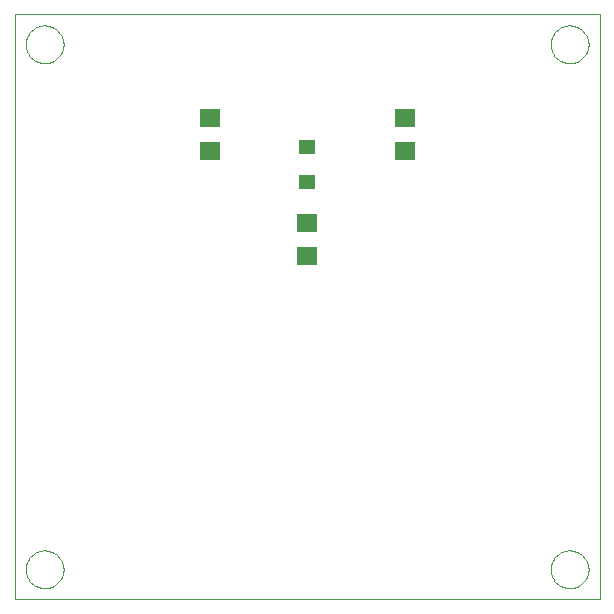
<source format=gtp>
G75*
%MOIN*%
%OFA0B0*%
%FSLAX24Y24*%
%IPPOS*%
%LPD*%
%AMOC8*
5,1,8,0,0,1.08239X$1,22.5*
%
%ADD10C,0.0000*%
%ADD11R,0.0709X0.0630*%
%ADD12R,0.0710X0.0630*%
%ADD13R,0.0551X0.0472*%
D10*
X000100Y000100D02*
X000100Y019600D01*
X019600Y019600D01*
X019600Y000100D01*
X000100Y000100D01*
X000470Y001100D02*
X000472Y001150D01*
X000478Y001200D01*
X000488Y001249D01*
X000502Y001297D01*
X000519Y001344D01*
X000540Y001389D01*
X000565Y001433D01*
X000593Y001474D01*
X000625Y001513D01*
X000659Y001550D01*
X000696Y001584D01*
X000736Y001614D01*
X000778Y001641D01*
X000822Y001665D01*
X000868Y001686D01*
X000915Y001702D01*
X000963Y001715D01*
X001013Y001724D01*
X001062Y001729D01*
X001113Y001730D01*
X001163Y001727D01*
X001212Y001720D01*
X001261Y001709D01*
X001309Y001694D01*
X001355Y001676D01*
X001400Y001654D01*
X001443Y001628D01*
X001484Y001599D01*
X001523Y001567D01*
X001559Y001532D01*
X001591Y001494D01*
X001621Y001454D01*
X001648Y001411D01*
X001671Y001367D01*
X001690Y001321D01*
X001706Y001273D01*
X001718Y001224D01*
X001726Y001175D01*
X001730Y001125D01*
X001730Y001075D01*
X001726Y001025D01*
X001718Y000976D01*
X001706Y000927D01*
X001690Y000879D01*
X001671Y000833D01*
X001648Y000789D01*
X001621Y000746D01*
X001591Y000706D01*
X001559Y000668D01*
X001523Y000633D01*
X001484Y000601D01*
X001443Y000572D01*
X001400Y000546D01*
X001355Y000524D01*
X001309Y000506D01*
X001261Y000491D01*
X001212Y000480D01*
X001163Y000473D01*
X001113Y000470D01*
X001062Y000471D01*
X001013Y000476D01*
X000963Y000485D01*
X000915Y000498D01*
X000868Y000514D01*
X000822Y000535D01*
X000778Y000559D01*
X000736Y000586D01*
X000696Y000616D01*
X000659Y000650D01*
X000625Y000687D01*
X000593Y000726D01*
X000565Y000767D01*
X000540Y000811D01*
X000519Y000856D01*
X000502Y000903D01*
X000488Y000951D01*
X000478Y001000D01*
X000472Y001050D01*
X000470Y001100D01*
X000470Y018600D02*
X000472Y018650D01*
X000478Y018700D01*
X000488Y018749D01*
X000502Y018797D01*
X000519Y018844D01*
X000540Y018889D01*
X000565Y018933D01*
X000593Y018974D01*
X000625Y019013D01*
X000659Y019050D01*
X000696Y019084D01*
X000736Y019114D01*
X000778Y019141D01*
X000822Y019165D01*
X000868Y019186D01*
X000915Y019202D01*
X000963Y019215D01*
X001013Y019224D01*
X001062Y019229D01*
X001113Y019230D01*
X001163Y019227D01*
X001212Y019220D01*
X001261Y019209D01*
X001309Y019194D01*
X001355Y019176D01*
X001400Y019154D01*
X001443Y019128D01*
X001484Y019099D01*
X001523Y019067D01*
X001559Y019032D01*
X001591Y018994D01*
X001621Y018954D01*
X001648Y018911D01*
X001671Y018867D01*
X001690Y018821D01*
X001706Y018773D01*
X001718Y018724D01*
X001726Y018675D01*
X001730Y018625D01*
X001730Y018575D01*
X001726Y018525D01*
X001718Y018476D01*
X001706Y018427D01*
X001690Y018379D01*
X001671Y018333D01*
X001648Y018289D01*
X001621Y018246D01*
X001591Y018206D01*
X001559Y018168D01*
X001523Y018133D01*
X001484Y018101D01*
X001443Y018072D01*
X001400Y018046D01*
X001355Y018024D01*
X001309Y018006D01*
X001261Y017991D01*
X001212Y017980D01*
X001163Y017973D01*
X001113Y017970D01*
X001062Y017971D01*
X001013Y017976D01*
X000963Y017985D01*
X000915Y017998D01*
X000868Y018014D01*
X000822Y018035D01*
X000778Y018059D01*
X000736Y018086D01*
X000696Y018116D01*
X000659Y018150D01*
X000625Y018187D01*
X000593Y018226D01*
X000565Y018267D01*
X000540Y018311D01*
X000519Y018356D01*
X000502Y018403D01*
X000488Y018451D01*
X000478Y018500D01*
X000472Y018550D01*
X000470Y018600D01*
X017970Y018600D02*
X017972Y018650D01*
X017978Y018700D01*
X017988Y018749D01*
X018002Y018797D01*
X018019Y018844D01*
X018040Y018889D01*
X018065Y018933D01*
X018093Y018974D01*
X018125Y019013D01*
X018159Y019050D01*
X018196Y019084D01*
X018236Y019114D01*
X018278Y019141D01*
X018322Y019165D01*
X018368Y019186D01*
X018415Y019202D01*
X018463Y019215D01*
X018513Y019224D01*
X018562Y019229D01*
X018613Y019230D01*
X018663Y019227D01*
X018712Y019220D01*
X018761Y019209D01*
X018809Y019194D01*
X018855Y019176D01*
X018900Y019154D01*
X018943Y019128D01*
X018984Y019099D01*
X019023Y019067D01*
X019059Y019032D01*
X019091Y018994D01*
X019121Y018954D01*
X019148Y018911D01*
X019171Y018867D01*
X019190Y018821D01*
X019206Y018773D01*
X019218Y018724D01*
X019226Y018675D01*
X019230Y018625D01*
X019230Y018575D01*
X019226Y018525D01*
X019218Y018476D01*
X019206Y018427D01*
X019190Y018379D01*
X019171Y018333D01*
X019148Y018289D01*
X019121Y018246D01*
X019091Y018206D01*
X019059Y018168D01*
X019023Y018133D01*
X018984Y018101D01*
X018943Y018072D01*
X018900Y018046D01*
X018855Y018024D01*
X018809Y018006D01*
X018761Y017991D01*
X018712Y017980D01*
X018663Y017973D01*
X018613Y017970D01*
X018562Y017971D01*
X018513Y017976D01*
X018463Y017985D01*
X018415Y017998D01*
X018368Y018014D01*
X018322Y018035D01*
X018278Y018059D01*
X018236Y018086D01*
X018196Y018116D01*
X018159Y018150D01*
X018125Y018187D01*
X018093Y018226D01*
X018065Y018267D01*
X018040Y018311D01*
X018019Y018356D01*
X018002Y018403D01*
X017988Y018451D01*
X017978Y018500D01*
X017972Y018550D01*
X017970Y018600D01*
X017970Y001100D02*
X017972Y001150D01*
X017978Y001200D01*
X017988Y001249D01*
X018002Y001297D01*
X018019Y001344D01*
X018040Y001389D01*
X018065Y001433D01*
X018093Y001474D01*
X018125Y001513D01*
X018159Y001550D01*
X018196Y001584D01*
X018236Y001614D01*
X018278Y001641D01*
X018322Y001665D01*
X018368Y001686D01*
X018415Y001702D01*
X018463Y001715D01*
X018513Y001724D01*
X018562Y001729D01*
X018613Y001730D01*
X018663Y001727D01*
X018712Y001720D01*
X018761Y001709D01*
X018809Y001694D01*
X018855Y001676D01*
X018900Y001654D01*
X018943Y001628D01*
X018984Y001599D01*
X019023Y001567D01*
X019059Y001532D01*
X019091Y001494D01*
X019121Y001454D01*
X019148Y001411D01*
X019171Y001367D01*
X019190Y001321D01*
X019206Y001273D01*
X019218Y001224D01*
X019226Y001175D01*
X019230Y001125D01*
X019230Y001075D01*
X019226Y001025D01*
X019218Y000976D01*
X019206Y000927D01*
X019190Y000879D01*
X019171Y000833D01*
X019148Y000789D01*
X019121Y000746D01*
X019091Y000706D01*
X019059Y000668D01*
X019023Y000633D01*
X018984Y000601D01*
X018943Y000572D01*
X018900Y000546D01*
X018855Y000524D01*
X018809Y000506D01*
X018761Y000491D01*
X018712Y000480D01*
X018663Y000473D01*
X018613Y000470D01*
X018562Y000471D01*
X018513Y000476D01*
X018463Y000485D01*
X018415Y000498D01*
X018368Y000514D01*
X018322Y000535D01*
X018278Y000559D01*
X018236Y000586D01*
X018196Y000616D01*
X018159Y000650D01*
X018125Y000687D01*
X018093Y000726D01*
X018065Y000767D01*
X018040Y000811D01*
X018019Y000856D01*
X018002Y000903D01*
X017988Y000951D01*
X017978Y001000D01*
X017972Y001050D01*
X017970Y001100D01*
D11*
X013100Y015049D03*
X013100Y016151D03*
X006600Y016151D03*
X006600Y015049D03*
D12*
X009850Y012660D03*
X009850Y011540D03*
D13*
X009850Y014009D03*
X009850Y015191D03*
M02*

</source>
